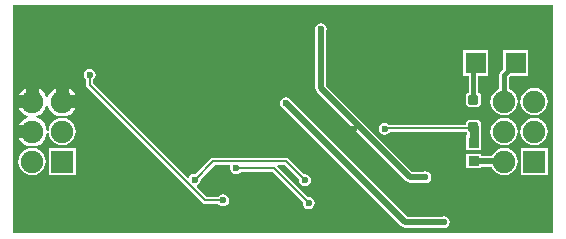
<source format=gbl>
G04*
G04 #@! TF.GenerationSoftware,Altium Limited,Altium Designer,19.1.6 (110)*
G04*
G04 Layer_Physical_Order=2*
G04 Layer_Color=16711680*
%FSLAX43Y43*%
%MOMM*%
G71*
G01*
G75*
%ADD14C,0.200*%
%ADD39R,1.700X1.800*%
%ADD41R,0.900X0.850*%
%ADD53C,0.500*%
%ADD54C,0.381*%
%ADD55C,1.900*%
%ADD56R,1.900X1.900*%
%ADD57C,0.600*%
G04:AMPARAMS|DCode=58|XSize=0.8mm|YSize=0.9mm|CornerRadius=0.1mm|HoleSize=0mm|Usage=FLASHONLY|Rotation=90.000|XOffset=0mm|YOffset=0mm|HoleType=Round|Shape=RoundedRectangle|*
%AMROUNDEDRECTD58*
21,1,0.800,0.700,0,0,90.0*
21,1,0.600,0.900,0,0,90.0*
1,1,0.200,0.350,0.300*
1,1,0.200,0.350,-0.300*
1,1,0.200,-0.350,-0.300*
1,1,0.200,-0.350,0.300*
%
%ADD58ROUNDEDRECTD58*%
%ADD59C,0.800*%
G36*
X45945Y255D02*
X255D01*
Y19545D01*
X45945D01*
Y255D01*
D02*
G37*
%LPC*%
G36*
X4920Y12530D02*
Y11955D01*
X5495D01*
X5462Y12035D01*
X5262Y12296D01*
X5000Y12497D01*
X4920Y12530D01*
D02*
G37*
G36*
X1280Y12530D02*
X1200Y12497D01*
X939Y12296D01*
X738Y12035D01*
X705Y11955D01*
X1280D01*
Y12530D01*
D02*
G37*
G36*
X40425Y15800D02*
X38325D01*
Y13600D01*
X38802D01*
Y12176D01*
X38733Y12163D01*
X38634Y12096D01*
X38567Y11997D01*
X38544Y11880D01*
Y11280D01*
X38567Y11163D01*
X38634Y11064D01*
X38733Y10997D01*
X38850Y10974D01*
X39550D01*
X39667Y10997D01*
X39766Y11064D01*
X39833Y11163D01*
X39856Y11280D01*
Y11880D01*
X39833Y11997D01*
X39766Y12096D01*
X39667Y12163D01*
X39598Y12176D01*
Y13600D01*
X40425D01*
Y15800D01*
D02*
G37*
G36*
X44340Y12565D02*
X44040Y12525D01*
X43760Y12410D01*
X43520Y12225D01*
X43335Y11985D01*
X43220Y11705D01*
X43180Y11405D01*
X43220Y11105D01*
X43335Y10825D01*
X43520Y10585D01*
X43760Y10400D01*
X44040Y10285D01*
X44340Y10245D01*
X44640Y10285D01*
X44920Y10400D01*
X45160Y10585D01*
X45345Y10825D01*
X45460Y11105D01*
X45500Y11405D01*
X45460Y11705D01*
X45345Y11985D01*
X45160Y12225D01*
X44920Y12410D01*
X44640Y12525D01*
X44340Y12565D01*
D02*
G37*
G36*
X43825Y15800D02*
X41725D01*
Y14163D01*
X41518Y13957D01*
X41432Y13827D01*
X41402Y13675D01*
Y12485D01*
X41220Y12410D01*
X40980Y12225D01*
X40795Y11985D01*
X40680Y11705D01*
X40640Y11405D01*
X40680Y11105D01*
X40795Y10825D01*
X40980Y10585D01*
X41220Y10400D01*
X41500Y10285D01*
X41800Y10245D01*
X42100Y10285D01*
X42380Y10400D01*
X42620Y10585D01*
X42805Y10825D01*
X42920Y11105D01*
X42960Y11405D01*
X42920Y11705D01*
X42805Y11985D01*
X42620Y12225D01*
X42380Y12410D01*
X42198Y12485D01*
Y13510D01*
X42288Y13600D01*
X43825D01*
Y15800D01*
D02*
G37*
G36*
X39550Y9886D02*
X38850D01*
X38733Y9863D01*
X38634Y9796D01*
X38567Y9697D01*
X38544Y9580D01*
Y9448D01*
X32044D01*
X32035Y9460D01*
X31870Y9571D01*
X31675Y9610D01*
X31480Y9571D01*
X31315Y9460D01*
X31204Y9295D01*
X31165Y9100D01*
X31204Y8905D01*
X31315Y8740D01*
X31480Y8629D01*
X31675Y8590D01*
X31870Y8629D01*
X32035Y8740D01*
X32100Y8836D01*
X38585D01*
X38613Y8794D01*
Y8550D01*
X38575D01*
Y7300D01*
X39875D01*
Y8550D01*
X39837D01*
Y8884D01*
X39856Y8980D01*
Y9580D01*
X39833Y9697D01*
X39766Y9796D01*
X39667Y9863D01*
X39550Y9886D01*
D02*
G37*
G36*
X44340Y10025D02*
X44040Y9985D01*
X43760Y9870D01*
X43520Y9685D01*
X43335Y9445D01*
X43220Y9165D01*
X43180Y8865D01*
X43220Y8565D01*
X43335Y8285D01*
X43520Y8045D01*
X43760Y7860D01*
X44040Y7745D01*
X44340Y7705D01*
X44640Y7745D01*
X44920Y7860D01*
X45160Y8045D01*
X45345Y8285D01*
X45460Y8565D01*
X45500Y8865D01*
X45460Y9165D01*
X45345Y9445D01*
X45160Y9685D01*
X44920Y9870D01*
X44640Y9985D01*
X44340Y10025D01*
D02*
G37*
G36*
X41800D02*
X41500Y9985D01*
X41220Y9870D01*
X40980Y9685D01*
X40795Y9445D01*
X40680Y9165D01*
X40640Y8865D01*
X40680Y8565D01*
X40795Y8285D01*
X40980Y8045D01*
X41220Y7860D01*
X41500Y7745D01*
X41800Y7705D01*
X42100Y7745D01*
X42380Y7860D01*
X42620Y8045D01*
X42805Y8285D01*
X42920Y8565D01*
X42960Y8865D01*
X42920Y9165D01*
X42805Y9445D01*
X42620Y9685D01*
X42380Y9870D01*
X42100Y9985D01*
X41800Y10025D01*
D02*
G37*
G36*
X2380Y12530D02*
Y11405D01*
X1830D01*
Y10855D01*
X705D01*
X738Y10775D01*
X939Y10513D01*
X1200Y10313D01*
X1472Y10200D01*
X1472Y10200D01*
Y10070D01*
X1472Y10070D01*
X1200Y9957D01*
X939Y9756D01*
X738Y9495D01*
X705Y9415D01*
X1830D01*
Y8315D01*
X705D01*
X738Y8235D01*
X939Y7973D01*
X1200Y7773D01*
X1504Y7647D01*
X1740Y7616D01*
X1797Y7609D01*
Y7481D01*
X1740Y7473D01*
X1530Y7445D01*
X1250Y7330D01*
X1010Y7145D01*
X826Y6905D01*
X710Y6625D01*
X670Y6325D01*
X710Y6025D01*
X826Y5745D01*
X1010Y5505D01*
X1250Y5320D01*
X1530Y5205D01*
X1830Y5165D01*
X2130Y5205D01*
X2410Y5320D01*
X2650Y5505D01*
X2835Y5745D01*
X2950Y6025D01*
X2990Y6325D01*
X2950Y6625D01*
X2835Y6905D01*
X2650Y7145D01*
X2410Y7330D01*
X2130Y7445D01*
X1920Y7473D01*
X1863Y7481D01*
Y7609D01*
X1920Y7616D01*
X2156Y7647D01*
X2460Y7773D01*
X2722Y7973D01*
X2922Y8235D01*
X3048Y8539D01*
X3079Y8775D01*
X3086Y8832D01*
X3215D01*
X3222Y8775D01*
X3250Y8565D01*
X3366Y8285D01*
X3550Y8045D01*
X3790Y7860D01*
X4070Y7745D01*
X4370Y7705D01*
X4670Y7745D01*
X4950Y7860D01*
X5190Y8045D01*
X5375Y8285D01*
X5490Y8565D01*
X5530Y8865D01*
X5490Y9165D01*
X5375Y9445D01*
X5190Y9685D01*
X4950Y9870D01*
X4670Y9985D01*
X4460Y10013D01*
X4403Y10021D01*
Y10149D01*
X4460Y10156D01*
X4696Y10187D01*
X5000Y10313D01*
X5262Y10513D01*
X5462Y10775D01*
X5495Y10855D01*
X4370D01*
Y11405D01*
X3820D01*
Y12530D01*
X3740Y12497D01*
X3479Y12296D01*
X3278Y12035D01*
X3165Y11763D01*
X3165Y11763D01*
X3035D01*
X3035Y11763D01*
X2922Y12035D01*
X2722Y12296D01*
X2460Y12497D01*
X2380Y12530D01*
D02*
G37*
G36*
X41800Y7485D02*
X41500Y7445D01*
X41220Y7330D01*
X40980Y7145D01*
X40795Y6905D01*
X40756Y6809D01*
X39875D01*
Y7000D01*
X38575D01*
Y5750D01*
X39875D01*
Y5891D01*
X40735D01*
X40795Y5745D01*
X40980Y5505D01*
X41220Y5320D01*
X41500Y5205D01*
X41800Y5165D01*
X42100Y5205D01*
X42380Y5320D01*
X42620Y5505D01*
X42805Y5745D01*
X42920Y6025D01*
X42960Y6325D01*
X42920Y6625D01*
X42805Y6905D01*
X42620Y7145D01*
X42380Y7330D01*
X42100Y7445D01*
X41800Y7485D01*
D02*
G37*
G36*
X45490Y7475D02*
X43190D01*
Y5175D01*
X45490D01*
Y7475D01*
D02*
G37*
G36*
X5520Y7475D02*
X3220D01*
Y5175D01*
X5520D01*
Y7475D01*
D02*
G37*
G36*
X26275Y18035D02*
X26080Y17996D01*
X25915Y17885D01*
X25804Y17720D01*
X25765Y17525D01*
X25804Y17330D01*
X25816Y17312D01*
Y12550D01*
X25851Y12374D01*
X25951Y12226D01*
X33501Y4676D01*
X33649Y4576D01*
X33825Y4541D01*
X34912D01*
X34930Y4529D01*
X35125Y4490D01*
X35320Y4529D01*
X35485Y4640D01*
X35596Y4805D01*
X35635Y5000D01*
X35596Y5195D01*
X35485Y5360D01*
X35320Y5471D01*
X35125Y5510D01*
X34930Y5471D01*
X34912Y5459D01*
X34015D01*
X26734Y12740D01*
Y17312D01*
X26746Y17330D01*
X26785Y17525D01*
X26746Y17720D01*
X26635Y17885D01*
X26470Y17996D01*
X26275Y18035D01*
D02*
G37*
G36*
X6700Y14185D02*
X6505Y14146D01*
X6340Y14035D01*
X6229Y13870D01*
X6190Y13675D01*
X6229Y13480D01*
X6340Y13315D01*
X6394Y13278D01*
Y12851D01*
X6394Y12851D01*
X6417Y12734D01*
X6484Y12635D01*
X16285Y2834D01*
X16384Y2767D01*
X16501Y2744D01*
X17603D01*
X17640Y2690D01*
X17805Y2579D01*
X18000Y2540D01*
X18195Y2579D01*
X18360Y2690D01*
X18471Y2855D01*
X18510Y3050D01*
X18471Y3245D01*
X18360Y3410D01*
X18195Y3521D01*
X18000Y3560D01*
X17805Y3521D01*
X17640Y3410D01*
X17603Y3356D01*
X16628D01*
X15778Y4206D01*
X15819Y4345D01*
X15960Y4440D01*
X16071Y4605D01*
X16110Y4800D01*
X16097Y4864D01*
X17277Y6044D01*
X18554D01*
X18623Y5917D01*
X18590Y5750D01*
X18629Y5555D01*
X18740Y5390D01*
X18905Y5279D01*
X19100Y5240D01*
X19295Y5279D01*
X19460Y5390D01*
X19497Y5444D01*
X22198D01*
X24753Y2889D01*
X24740Y2825D01*
X24779Y2630D01*
X24890Y2465D01*
X25055Y2354D01*
X25250Y2315D01*
X25445Y2354D01*
X25610Y2465D01*
X25721Y2630D01*
X25760Y2825D01*
X25721Y3020D01*
X25610Y3185D01*
X25445Y3296D01*
X25250Y3335D01*
X25186Y3322D01*
X22590Y5917D01*
X22643Y6044D01*
X23211D01*
X24441Y4814D01*
X24428Y4750D01*
X24467Y4555D01*
X24577Y4390D01*
X24742Y4279D01*
X24938Y4240D01*
X25133Y4279D01*
X25298Y4390D01*
X25408Y4555D01*
X25447Y4750D01*
X25408Y4945D01*
X25298Y5110D01*
X25133Y5221D01*
X24938Y5260D01*
X24873Y5247D01*
X23554Y6566D01*
X23455Y6633D01*
X23337Y6656D01*
X23337Y6656D01*
X17150D01*
X17150Y6656D01*
X17033Y6633D01*
X16934Y6566D01*
X16934Y6566D01*
X15664Y5297D01*
X15600Y5310D01*
X15405Y5271D01*
X15240Y5160D01*
X15145Y5019D01*
X15006Y4978D01*
X7006Y12978D01*
Y13278D01*
X7060Y13315D01*
X7171Y13480D01*
X7210Y13675D01*
X7171Y13870D01*
X7060Y14035D01*
X6895Y14146D01*
X6700Y14185D01*
D02*
G37*
G36*
X23325Y11785D02*
X23130Y11746D01*
X22965Y11635D01*
X22854Y11470D01*
X22815Y11275D01*
X22854Y11080D01*
X22965Y10915D01*
X23130Y10804D01*
X23151Y10800D01*
X33101Y851D01*
X33249Y751D01*
X33425Y716D01*
X36462D01*
X36480Y704D01*
X36675Y665D01*
X36870Y704D01*
X37035Y815D01*
X37146Y980D01*
X37185Y1175D01*
X37146Y1370D01*
X37035Y1535D01*
X36870Y1646D01*
X36675Y1685D01*
X36480Y1646D01*
X36462Y1634D01*
X33615D01*
X23800Y11449D01*
X23796Y11470D01*
X23685Y11635D01*
X23520Y11746D01*
X23325Y11785D01*
D02*
G37*
%LPD*%
G36*
X3165Y11047D02*
X3278Y10775D01*
X3479Y10513D01*
X3740Y10313D01*
X4044Y10187D01*
X4280Y10156D01*
X4337Y10149D01*
Y10021D01*
X4280Y10013D01*
X4070Y9985D01*
X3790Y9870D01*
X3550Y9685D01*
X3366Y9445D01*
X3250Y9165D01*
X3222Y8955D01*
X3215Y8898D01*
X3086D01*
X3079Y8955D01*
X3048Y9191D01*
X2922Y9495D01*
X2722Y9756D01*
X2460Y9957D01*
X2188Y10070D01*
X2188Y10070D01*
Y10200D01*
X2188Y10200D01*
X2460Y10313D01*
X2722Y10513D01*
X2922Y10775D01*
X3035Y11047D01*
X3035Y11047D01*
X3165D01*
X3165Y11047D01*
D02*
G37*
D14*
X23337Y6350D02*
X24938Y4750D01*
X17150Y6350D02*
X23337D01*
X15600Y4800D02*
X17150Y6350D01*
X22325Y5750D02*
X25250Y2825D01*
X19100Y5750D02*
X22325D01*
X16501Y3050D02*
X18000D01*
X6700Y12851D02*
X16501Y3050D01*
X6700Y12851D02*
Y13675D01*
X31717Y9142D02*
X39062D01*
X39200Y9280D02*
X39225Y9255D01*
D39*
X42775Y14700D02*
D03*
X39375D02*
D03*
D41*
X39225Y7925D02*
D03*
Y6375D02*
D03*
D53*
X41775Y6350D02*
X41800Y6325D01*
X39250Y6350D02*
X41775D01*
X39225Y6375D02*
X39250Y6350D01*
X33825Y5000D02*
X35125D01*
X26275Y12550D02*
X33825Y5000D01*
X26275Y12550D02*
Y17525D01*
X23325Y11275D02*
X33425Y1175D01*
X36675D01*
D54*
X39200Y14525D02*
X39375Y14700D01*
X39200Y11580D02*
Y14525D01*
X42775Y14650D02*
Y14700D01*
X41800Y13675D02*
X42775Y14650D01*
X41800Y11405D02*
Y13675D01*
X31675Y9100D02*
X31717Y9142D01*
X39062D02*
X39200Y9280D01*
D55*
X41800Y11405D02*
D03*
Y8865D02*
D03*
Y6325D02*
D03*
X44340Y8865D02*
D03*
Y11405D02*
D03*
X1830Y11405D02*
D03*
Y8865D02*
D03*
Y6325D02*
D03*
X4370Y8865D02*
D03*
Y11405D02*
D03*
D56*
X44340Y6325D02*
D03*
X4370Y6325D02*
D03*
D57*
X26300Y15900D02*
D03*
X27500Y14000D02*
D03*
X31500D02*
D03*
X30300Y15900D02*
D03*
Y7200D02*
D03*
X29100Y9100D02*
D03*
X5100Y13800D02*
D03*
X1100D02*
D03*
X13100Y18900D02*
D03*
X17100D02*
D03*
X21100D02*
D03*
X25100D02*
D03*
X23900Y17000D02*
D03*
X19900D02*
D03*
X15900D02*
D03*
X11900D02*
D03*
X39150Y17250D02*
D03*
X40350Y19150D02*
D03*
X43150Y17250D02*
D03*
X44350Y19150D02*
D03*
X44200Y900D02*
D03*
X43000Y2800D02*
D03*
X40200Y900D02*
D03*
X39000Y2800D02*
D03*
X29000D02*
D03*
X30200Y900D02*
D03*
X26200D02*
D03*
X1000Y2800D02*
D03*
X5000D02*
D03*
X9000D02*
D03*
X13000D02*
D03*
X18200Y900D02*
D03*
X14200D02*
D03*
X10200D02*
D03*
X6200D02*
D03*
X2200D02*
D03*
X22200D02*
D03*
X18000Y3050D02*
D03*
X15600Y4800D02*
D03*
X24938Y4750D02*
D03*
X35125Y5000D02*
D03*
X26275Y17525D02*
D03*
X31675Y9100D02*
D03*
X6700Y13675D02*
D03*
X36675Y1175D02*
D03*
X23325Y11275D02*
D03*
X19100Y5750D02*
D03*
X25250Y2825D02*
D03*
D58*
X39200Y9280D02*
D03*
Y11580D02*
D03*
D59*
X39225Y7925D02*
Y9255D01*
M02*

</source>
